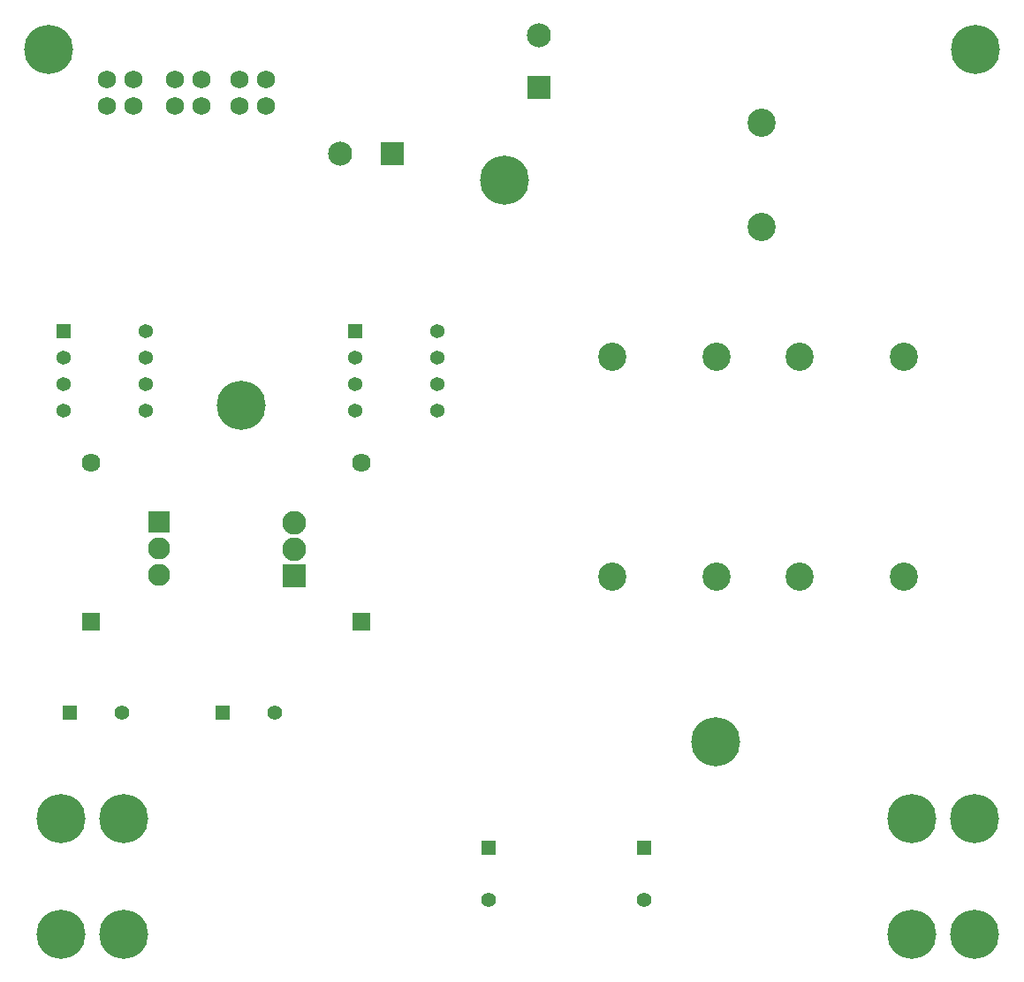
<source format=gbs>
G04*
G04 #@! TF.GenerationSoftware,Altium Limited,Altium Designer,23.8.1 (32)*
G04*
G04 Layer_Color=16711935*
%FSLAX25Y25*%
%MOIN*%
G70*
G04*
G04 #@! TF.SameCoordinates,F96B85ED-F025-470D-A382-F87F92A237BF*
G04*
G04*
G04 #@! TF.FilePolarity,Negative*
G04*
G01*
G75*
%ADD29C,0.09068*%
%ADD30R,0.09068X0.09068*%
%ADD31R,0.09068X0.09068*%
%ADD32C,0.18517*%
%ADD33R,0.05524X0.05524*%
%ADD34C,0.05524*%
%ADD35R,0.05524X0.05524*%
%ADD36C,0.05363*%
%ADD37R,0.05363X0.05363*%
%ADD38C,0.08950*%
%ADD39R,0.08950X0.08950*%
%ADD40R,0.07060X0.07060*%
%ADD41C,0.07060*%
%ADD42C,0.08359*%
%ADD43R,0.08359X0.08359*%
%ADD44C,0.10642*%
%ADD45C,0.06883*%
D29*
X304000Y518685D02*
D03*
X228815Y474000D02*
D03*
D30*
X304000Y499000D02*
D03*
D31*
X248500Y474000D02*
D03*
D32*
X291000Y464000D02*
D03*
X119000Y513500D02*
D03*
X370500Y252000D02*
D03*
X147122Y179500D02*
D03*
X468500Y513500D02*
D03*
X191500Y379000D02*
D03*
X147122Y223000D02*
D03*
X123500D02*
D03*
Y179500D02*
D03*
X468122D02*
D03*
Y223000D02*
D03*
X444500D02*
D03*
Y179500D02*
D03*
D33*
X343500Y212185D02*
D03*
X285000D02*
D03*
D34*
X343500Y192500D02*
D03*
X285000D02*
D03*
X204185Y263000D02*
D03*
X146685D02*
D03*
D35*
X184500D02*
D03*
X127000D02*
D03*
D36*
X265374Y407000D02*
D03*
Y397000D02*
D03*
Y387000D02*
D03*
Y377000D02*
D03*
X234626D02*
D03*
Y387000D02*
D03*
Y397000D02*
D03*
X155374Y407000D02*
D03*
Y397000D02*
D03*
Y387000D02*
D03*
Y377000D02*
D03*
X124626D02*
D03*
Y387000D02*
D03*
Y397000D02*
D03*
D37*
X234626Y407000D02*
D03*
X124626D02*
D03*
D38*
X211500Y334744D02*
D03*
Y324744D02*
D03*
D39*
Y314744D02*
D03*
D40*
X135000Y297500D02*
D03*
X237000D02*
D03*
D41*
X135000Y357500D02*
D03*
X237000D02*
D03*
D42*
X160618Y315000D02*
D03*
Y325000D02*
D03*
D43*
Y335000D02*
D03*
D44*
X371000Y314500D02*
D03*
X331630D02*
D03*
X388000Y485870D02*
D03*
Y446500D02*
D03*
X371000Y397500D02*
D03*
X331630D02*
D03*
X441500D02*
D03*
X402130D02*
D03*
X441500Y314500D02*
D03*
X402130D02*
D03*
D45*
X201000Y502000D02*
D03*
Y492000D02*
D03*
X191000D02*
D03*
Y502000D02*
D03*
X176496D02*
D03*
Y492000D02*
D03*
X166496D02*
D03*
Y502000D02*
D03*
X150748D02*
D03*
Y492000D02*
D03*
X140748D02*
D03*
Y502000D02*
D03*
M02*

</source>
